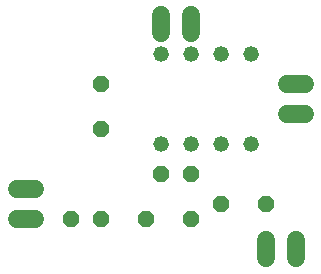
<source format=gbr>
G04 EAGLE Gerber RS-274X export*
G75*
%MOMM*%
%FSLAX34Y34*%
%LPD*%
%INBottom Copper*%
%IPPOS*%
%AMOC8*
5,1,8,0,0,1.08239X$1,22.5*%
G01*
%ADD10P,1.429621X8X202.500000*%
%ADD11P,1.429621X8X22.500000*%
%ADD12C,1.320800*%
%ADD13P,1.539592X8X202.500000*%
%ADD14P,1.539592X8X112.500000*%
%ADD15P,1.539592X8X22.500000*%
%ADD16C,1.524000*%


D10*
X114300Y101600D03*
X88900Y101600D03*
D11*
X165100Y139700D03*
X190500Y139700D03*
D12*
X165100Y165100D03*
X190500Y165100D03*
X190500Y241300D03*
X165100Y241300D03*
X215900Y165100D03*
X241300Y165100D03*
X215900Y241300D03*
X241300Y241300D03*
D13*
X254000Y114300D03*
X215900Y114300D03*
D14*
X114300Y177800D03*
X114300Y215900D03*
D15*
X152400Y101600D03*
X190500Y101600D03*
D16*
X190500Y259080D02*
X190500Y274320D01*
X165100Y274320D02*
X165100Y259080D01*
X58420Y101600D02*
X43180Y101600D01*
X43180Y127000D02*
X58420Y127000D01*
X254000Y83820D02*
X254000Y68580D01*
X279400Y68580D02*
X279400Y83820D01*
X271780Y215900D02*
X287020Y215900D01*
X287020Y190500D02*
X271780Y190500D01*
M02*

</source>
